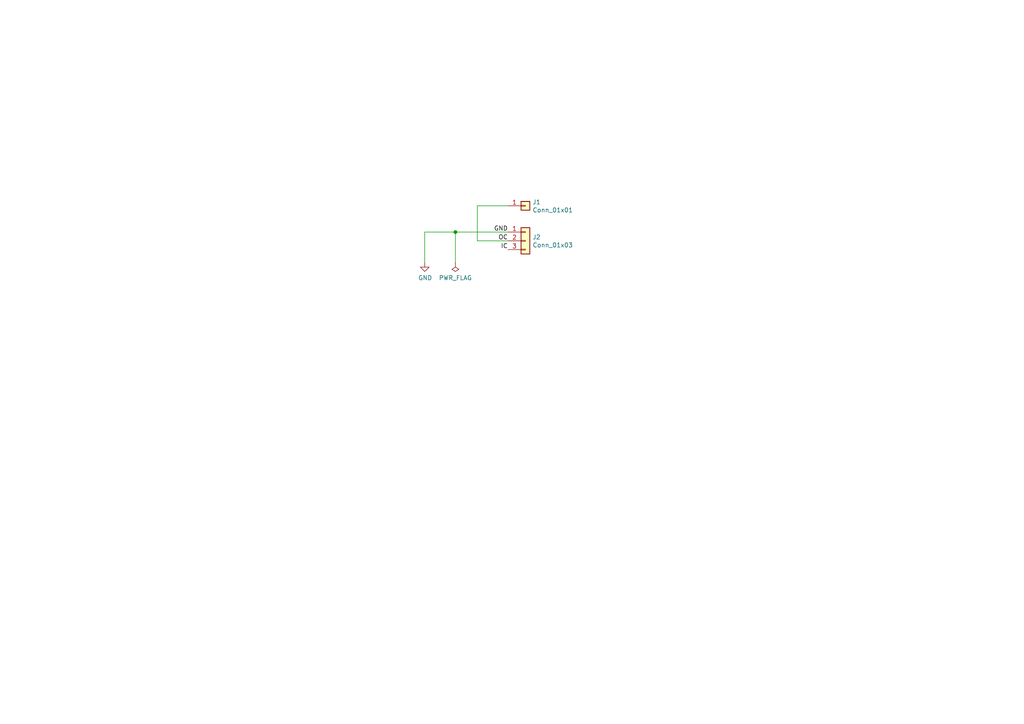
<source format=kicad_sch>
(kicad_sch (version 20211123) (generator eeschema)
  (paper "A4")
  (lib_symbols
    (symbol "Connector_Generic:Conn_01x01" (pin_names (offset 1.016) hide)
      (property "Reference" "J" (at 0 2.54 0))
      (property "Value" "Conn_01x01" (at 0 -2.54 0))
      (symbol "Conn_01x01_1_1"
        (rectangle (start -1.27 0.127) (end 0 -0.127) (stroke (width 0.1524)))
        (rectangle (start -1.27 1.27) (end 1.27 -1.27) (stroke (width 0.254)) (fill (type background)))
        (pin passive line (at -5.08 0 0) (length 3.81) (name "Pin_1") (number "1"))
      )
    )
    (symbol "Connector_Generic:Conn_01x03" (pin_names (offset 1.016) hide)
      (property "Reference" "J" (at 0 5.08 0))
      (property "Value" "Conn_01x03" (at 0 -5.08 0))
      (symbol "Conn_01x03_1_1"
        (rectangle (start -1.27 -2.413) (end 0 -2.667) (stroke (width 0.1524)))
        (rectangle (start -1.27 0.127) (end 0 -0.127) (stroke (width 0.1524)))
        (rectangle (start -1.27 2.667) (end 0 2.413) (stroke (width 0.1524)))
        (rectangle (start -1.27 3.81) (end 1.27 -3.81) (stroke (width 0.254)) (fill (type background)))
        (pin passive line (at -5.08 2.54 0) (length 3.81) (name "Pin_1") (number "1"))
        (pin passive line (at -5.08 0 0) (length 3.81) (name "Pin_2") (number "2"))
        (pin passive line (at -5.08 -2.54 0) (length 3.81) (name "Pin_3") (number "3"))
      )
    )
    (symbol "power:GND" (power) (pin_names (offset 0))
      (property "Value" "GND" (at 0 -3.81 0))
      (symbol "GND_0_1"
        (polyline (pts (xy 0 0) (xy 0 -1.27) (xy 1.27 -1.27) (xy 0 -2.54) (xy -1.27 -1.27) (xy 0 -1.27)))
      )
      (symbol "GND_1_1"
        (pin power_in line (at 0 0 270) (length 0) hide (name "GND") (number "1"))
      )
    )
    (symbol "power:PWR_FLAG" (power) (pin_numbers hide) (pin_names (offset 0) hide)
      (property "Value" "PWR_FLAG" (at 0 3.81 0))
      (symbol "PWR_FLAG_0_0"
        (pin power_out line (at 0 0 90) (length 0) (name "pwr") (number "1"))
      )
      (symbol "PWR_FLAG_0_1"
        (polyline (pts (xy 0 0) (xy 0 1.27) (xy -1.016 1.905) (xy 0 2.54) (xy 1.016 1.905) (xy 0 1.27)))
      )
    )
  )
  (junction (at 132.08 67.31))
  (wire (pts (xy 132.08 67.31) (xy 132.08 76.2)))
  (wire (pts (xy 147.32 69.85) (xy 138.43 69.85)))
  (wire (pts (xy 123.19 67.31) (xy 123.19 76.2)))
  (wire (pts (xy 132.08 67.31) (xy 147.32 67.31)))
  (wire (pts (xy 138.43 69.85) (xy 138.43 59.69)))
  (wire (pts (xy 123.19 67.31) (xy 132.08 67.31)))
  (wire (pts (xy 138.43 59.69) (xy 147.32 59.69)))
  (label "GND" (at 147.32 67.31 180))
  (label "OC" (at 147.32 69.85 180))
  (label "IC" (at 147.32 72.39 180))
  (symbol (lib_id "power:GND") (at 123.19 76.2 0) (unit 1)
    (property "Reference" "#PWR01" (effects hide))
    (property "Value" "GND" (at 123.317 80.5942 0))
  )
  (symbol (lib_id "power:PWR_FLAG") (at 132.08 76.2 180) (unit 1)
    (property "Reference" "#FLG01" (effects hide))
    (property "Value" "PWR_FLAG" (at 132.08 80.5942 0))
  )
  (symbol (lib_id "Connector_Generic:Conn_01x01") (at 152.4 59.69 0) (unit 1)
    (property "Reference" "J1" (at 154.432 58.6232 0) (effects (justify left)))
    (property "Value" "Conn_01x01" (at 154.432 60.9346 0) (effects (justify left)))
    (property "Footprint" "cycfi_library:xr2-oc-coil-connector" (effects hide))
  )
  (symbol (lib_id "Connector_Generic:Conn_01x03") (at 152.4 69.85 0) (unit 1)
    (property "Reference" "J2" (at 154.432 68.7832 0) (effects (justify left)))
    (property "Value" "Conn_01x03" (at 154.432 71.0946 0) (effects (justify left)))
    (property "Footprint" "cycfi_library:xr2-coil-connector" (effects hide))
  )
)
</source>
